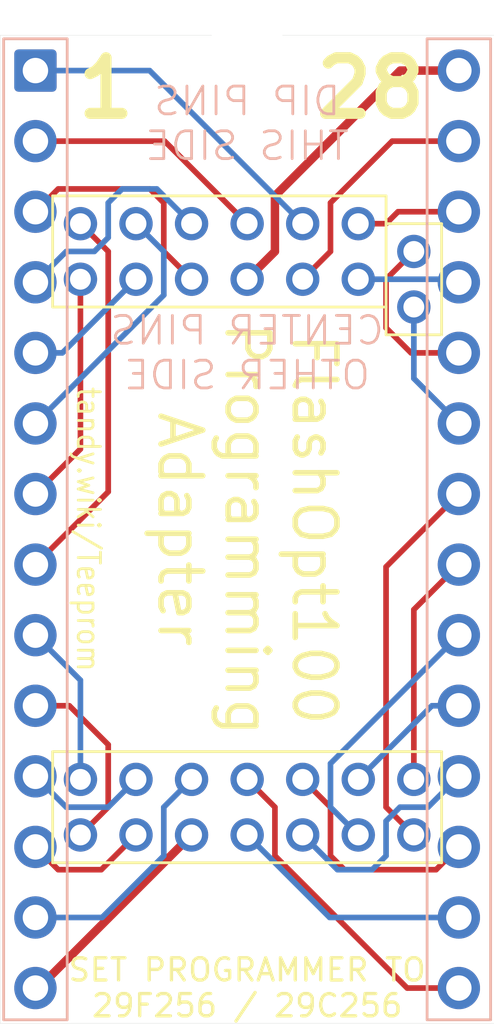
<source format=kicad_pcb>
(kicad_pcb (version 20171130) (host pcbnew 5.1.7-a382d34a8~87~ubuntu20.04.1)

  (general
    (thickness 1.6)
    (drawings 31)
    (tracks 91)
    (zones 0)
    (modules 3)
    (nets 29)
  )

  (page A4)
  (layers
    (0 Top signal)
    (31 Bottom signal)
    (32 B.Adhes user hide)
    (33 F.Adhes user hide)
    (34 B.Paste user hide)
    (35 F.Paste user hide)
    (36 B.SilkS user)
    (37 F.SilkS user)
    (38 B.Mask user)
    (39 F.Mask user)
    (40 Dwgs.User user)
    (41 Cmts.User user hide)
    (42 Eco1.User user hide)
    (43 Eco2.User user hide)
    (44 Edge.Cuts user)
    (45 Margin user hide)
    (46 B.CrtYd user hide)
    (47 F.CrtYd user hide)
    (48 B.Fab user hide)
    (49 F.Fab user hide)
  )

  (setup
    (last_trace_width 0.2032)
    (user_trace_width 0.2032)
    (user_trace_width 0.25)
    (user_trace_width 0.3048)
    (trace_clearance 0.1524)
    (zone_clearance 0.1524)
    (zone_45_only no)
    (trace_min 0.1524)
    (via_size 0.4064)
    (via_drill 0.254)
    (via_min_size 0.4064)
    (via_min_drill 0.254)
    (uvia_size 0.4064)
    (uvia_drill 0.254)
    (uvias_allowed no)
    (uvia_min_size 0.4064)
    (uvia_min_drill 0.254)
    (edge_width 0.01)
    (segment_width 0.2032)
    (pcb_text_width 0.254)
    (pcb_text_size 1.2192 1.2192)
    (mod_edge_width 0.1)
    (mod_text_size 0.4572 0.4572)
    (mod_text_width 0.0254)
    (pad_size 1.2 1.2)
    (pad_drill 0.75)
    (pad_to_mask_clearance 0)
    (aux_axis_origin 0 0)
    (grid_origin 147.2184 99.187)
    (visible_elements FFFFFF7F)
    (pcbplotparams
      (layerselection 0x010f0_ffffffff)
      (usegerberextensions false)
      (usegerberattributes false)
      (usegerberadvancedattributes false)
      (creategerberjobfile true)
      (excludeedgelayer true)
      (linewidth 0.100000)
      (plotframeref false)
      (viasonmask false)
      (mode 1)
      (useauxorigin false)
      (hpglpennumber 1)
      (hpglpenspeed 20)
      (hpglpendiameter 15.000000)
      (psnegative false)
      (psa4output false)
      (plotreference true)
      (plotvalue true)
      (plotinvisibletext false)
      (padsonsilk false)
      (subtractmaskfromsilk false)
      (outputformat 1)
      (mirror false)
      (drillshape 0)
      (scaleselection 1)
      (outputdirectory "Teeprom_GERBER"))
  )

  (net 0 "")
  (net 1 /D3)
  (net 2 /A10)
  (net 3 /D4)
  (net 4 /A7)
  (net 5 /D5)
  (net 6 /A6)
  (net 7 /D6)
  (net 8 /A5)
  (net 9 /D7)
  (net 10 /A4)
  (net 11 /A11)
  (net 12 /A3)
  (net 13 /~OE)
  (net 14 /A2)
  (net 15 /A13)
  (net 16 /A1)
  (net 17 /A0)
  (net 18 /A12)
  (net 19 /D0)
  (net 20 /A9)
  (net 21 /D1)
  (net 22 /A8)
  (net 23 /D2)
  (net 24 /~CE)
  (net 25 /A14)
  (net 26 /~WE)
  (net 27 VCC)
  (net 28 GND)

  (net_class Default "This is the default net class."
    (clearance 0.1524)
    (trace_width 0.1524)
    (via_dia 0.4064)
    (via_drill 0.254)
    (uvia_dia 0.4064)
    (uvia_drill 0.254)
    (diff_pair_width 0.1524)
    (diff_pair_gap 0.1524)
    (add_net /A0)
    (add_net /A1)
    (add_net /A10)
    (add_net /A11)
    (add_net /A12)
    (add_net /A13)
    (add_net /A14)
    (add_net /A2)
    (add_net /A3)
    (add_net /A4)
    (add_net /A5)
    (add_net /A6)
    (add_net /A7)
    (add_net /A8)
    (add_net /A9)
    (add_net /D0)
    (add_net /D1)
    (add_net /D2)
    (add_net /D3)
    (add_net /D4)
    (add_net /D5)
    (add_net /D6)
    (add_net /D7)
    (add_net /~CE)
    (add_net /~OE)
    (add_net /~WE)
    (add_net GND)
    (add_net VCC)
  )

  (module 000_LOCAL:FlashOpt100_PRG_4x7_male (layer Top) (tedit 5F92FF97) (tstamp 5F9383D3)
    (at 147.2184 99.187 270)
    (descr "Through hole straight pin header, 2x07, 2.00mm pitch, double rows")
    (tags "Through hole pin header THT 2x07 2.00mm double row")
    (path /5FAC773B)
    (fp_text reference J2 (at 0 6 270 unlocked) (layer F.SilkS) hide
      (effects (font (size 1 1) (thickness 0.15)))
    )
    (fp_text value FlashOpt100_PRG_4x7 (at 0 8 90) (layer F.Fab)
      (effects (font (size 1 1) (thickness 0.15)))
    )
    (fp_text user %R (at 0 6 90) (layer F.Fab)
      (effects (font (size 1 1) (thickness 0.15)))
    )
    (pad 21 thru_hole circle (at 9 0 270) (size 1.2 1.2) (drill 0.75) (layers *.Cu *.Mask)
      (net 1 /D3))
    (pad 28 thru_hole circle (at 11 -6 270) (size 1.2 1.2) (drill 0.75) (layers *.Cu *.Mask)
      (net 13 /~OE))
    (pad 25 thru_hole circle (at 9 -4 270) (size 1.2 1.2) (drill 0.75) (layers *.Cu *.Mask)
      (net 9 /D7))
    (pad 26 thru_hole circle (at 11 -4 270) (size 1.2 1.2) (drill 0.75) (layers *.Cu *.Mask)
      (net 24 /~CE))
    (pad 23 thru_hole circle (at 9 -2 270) (size 1.2 1.2) (drill 0.75) (layers *.Cu *.Mask)
      (net 5 /D5))
    (pad 24 thru_hole circle (at 11 -2 270) (size 1.2 1.2) (drill 0.75) (layers *.Cu *.Mask)
      (net 7 /D6))
    (pad 15 thru_hole circle (at 9 6 270) (size 1.2 1.2) (drill 0.75) (layers *.Cu *.Mask)
      (net 16 /A1))
    (pad 22 thru_hole circle (at 11 0 270) (size 1.2 1.2) (drill 0.75) (layers *.Cu *.Mask)
      (net 3 /D4))
    (pad 16 thru_hole circle (at 11 6 270) (size 1.2 1.2) (drill 0.75) (layers *.Cu *.Mask)
      (net 17 /A0))
    (pad 27 thru_hole circle (at 9 -6 270) (size 1.2 1.2) (drill 0.75) (layers *.Cu *.Mask)
      (net 2 /A10))
    (pad 19 thru_hole circle (at 9 2 270) (size 1.2 1.2) (drill 0.75) (layers *.Cu *.Mask)
      (net 23 /D2))
    (pad 20 thru_hole circle (at 11 2 270) (size 1.2 1.2) (drill 0.75) (layers *.Cu *.Mask)
      (net 28 GND))
    (pad 17 thru_hole circle (at 9 4 270) (size 1.2 1.2) (drill 0.75) (layers *.Cu *.Mask)
      (net 19 /D0))
    (pad 18 thru_hole circle (at 11 4 270) (size 1.2 1.2) (drill 0.75) (layers *.Cu *.Mask)
      (net 21 /D1))
    (pad 13 thru_hole circle (at -9 6 270) (size 1.2 1.2) (drill 0.75) (layers *.Cu *.Mask)
      (net 12 /A3))
    (pad 14 thru_hole circle (at -11 6 270) (size 1.2 1.2) (drill 0.75) (layers *.Cu *.Mask)
      (net 14 /A2))
    (pad 11 thru_hole circle (at -9 4 270) (size 1.2 1.2) (drill 0.75) (layers *.Cu *.Mask)
      (net 8 /A5))
    (pad 12 thru_hole circle (at -11 4 270) (size 1.2 1.2) (drill 0.75) (layers *.Cu *.Mask)
      (net 10 /A4))
    (pad 9 thru_hole circle (at -9 2 270) (size 1.2 1.2) (drill 0.75) (layers *.Cu *.Mask)
      (net 4 /A7))
    (pad 10 thru_hole circle (at -11 2 270) (size 1.2 1.2) (drill 0.75) (layers *.Cu *.Mask)
      (net 6 /A6))
    (pad 7 thru_hole circle (at -9 0 270) (size 1.2 1.2) (drill 0.75) (layers *.Cu *.Mask)
      (net 27 VCC))
    (pad 8 thru_hole circle (at -11 0 270) (size 1.2 1.2) (drill 0.75) (layers *.Cu *.Mask)
      (net 18 /A12))
    (pad 5 thru_hole circle (at -9 -2 270) (size 1.2 1.2) (drill 0.75) (layers *.Cu *.Mask)
      (net 25 /A14))
    (pad 6 thru_hole circle (at -11 -2 270) (size 1.2 1.2) (drill 0.75) (layers *.Cu *.Mask)
      (net 26 /~WE))
    (pad 3 thru_hole circle (at -9 -4 270) (size 1.2 1.2) (drill 0.75) (layers *.Cu *.Mask)
      (net 22 /A8))
    (pad 4 thru_hole circle (at -11 -4 270) (size 1.2 1.2) (drill 0.75) (layers *.Cu *.Mask)
      (net 15 /A13))
    (pad 1 thru_hole circle (at -8 -6 270) (size 1.2 1.2) (drill 0.75) (layers *.Cu *.Mask)
      (net 11 /A11))
    (pad 2 thru_hole circle (at -10 -6 270) (size 1.2 1.2) (drill 0.75) (layers *.Cu *.Mask)
      (net 20 /A9))
    (model ${KIPRJMOD}/000_LOCAL.pretty/3d/PinHeader_2x07_P2.00mm_Vertical.step
      (offset (xyz 9 6 0))
      (scale (xyz 1 1 1))
      (rotate (xyz 0 0 0))
    )
    (model ${KIPRJMOD}/000_LOCAL.pretty/3d/PinHeader_2x06_P2.00mm_Vertical.step
      (offset (xyz -11 4 0))
      (scale (xyz 1 1 1))
      (rotate (xyz 0 0 0))
    )
    (model ${KIPRJMOD}/000_LOCAL.pretty/3d/PinHeader_2x01_P2.00mm_Vertical.step
      (offset (xyz -10 6 0))
      (scale (xyz 1 1 1))
      (rotate (xyz 0 0 0))
    )
  )

  (module 000_LOCAL:DIP-28_600 (layer Top) (tedit 5F9E12B7) (tstamp 5F9383B2)
    (at 147.2184 99.187)
    (descr "28-lead dip, row spacing 600 mils")
    (tags "DIL DIP PDIP 2.54mm 600 mil")
    (path /5F9489CC)
    (fp_text reference J1 (at -3.81 -16.51) (layer F.SilkS) hide
      (effects (font (size 1 1) (thickness 0.15)))
    )
    (fp_text value "29F256 / 29C256" (at 0 19.05) (layer F.Fab)
      (effects (font (size 1 1) (thickness 0.15)))
    )
    (fp_text user %R (at -3.81 -16.51) (layer F.Fab)
      (effects (font (size 1 1) (thickness 0.15)))
    )
    (pad 1 thru_hole roundrect (at -7.62 -16.51) (size 1.524 1.524) (drill 0.9144) (layers *.Cu *.Mask) (roundrect_rratio 0.1)
      (net 26 /~WE))
    (pad 2 thru_hole circle (at -7.62 -13.97) (size 1.524 1.524) (drill 0.9144) (layers *.Cu *.Mask)
      (net 18 /A12))
    (pad 3 thru_hole circle (at -7.62 -11.43) (size 1.524 1.524) (drill 0.9144) (layers *.Cu *.Mask)
      (net 4 /A7))
    (pad 15 thru_hole circle (at 7.62 16.51) (size 1.524 1.524) (drill 0.9144) (layers *.Cu *.Mask)
      (net 1 /D3))
    (pad 4 thru_hole circle (at -7.62 -8.89) (size 1.524 1.524) (drill 0.9144) (layers *.Cu *.Mask)
      (net 6 /A6))
    (pad 16 thru_hole circle (at 7.62 13.97) (size 1.524 1.524) (drill 0.9144) (layers *.Cu *.Mask)
      (net 3 /D4))
    (pad 5 thru_hole circle (at -7.62 -6.35) (size 1.524 1.524) (drill 0.9144) (layers *.Cu *.Mask)
      (net 8 /A5))
    (pad 17 thru_hole circle (at 7.62 11.43) (size 1.524 1.524) (drill 0.9144) (layers *.Cu *.Mask)
      (net 5 /D5))
    (pad 6 thru_hole circle (at -7.62 -3.81) (size 1.524 1.524) (drill 0.9144) (layers *.Cu *.Mask)
      (net 10 /A4))
    (pad 18 thru_hole circle (at 7.62 8.89) (size 1.524 1.524) (drill 0.9144) (layers *.Cu *.Mask)
      (net 7 /D6))
    (pad 7 thru_hole circle (at -7.62 -1.27) (size 1.524 1.524) (drill 0.9144) (layers *.Cu *.Mask)
      (net 12 /A3))
    (pad 19 thru_hole circle (at 7.62 6.35) (size 1.524 1.524) (drill 0.9144) (layers *.Cu *.Mask)
      (net 9 /D7))
    (pad 8 thru_hole circle (at -7.62 1.27) (size 1.524 1.524) (drill 0.9144) (layers *.Cu *.Mask)
      (net 14 /A2))
    (pad 20 thru_hole circle (at 7.62 3.81) (size 1.524 1.524) (drill 0.9144) (layers *.Cu *.Mask)
      (net 24 /~CE))
    (pad 9 thru_hole circle (at -7.62 3.81) (size 1.524 1.524) (drill 0.9144) (layers *.Cu *.Mask)
      (net 16 /A1))
    (pad 21 thru_hole circle (at 7.62 1.27) (size 1.524 1.524) (drill 0.9144) (layers *.Cu *.Mask)
      (net 2 /A10))
    (pad 10 thru_hole circle (at -7.62 6.35) (size 1.524 1.524) (drill 0.9144) (layers *.Cu *.Mask)
      (net 17 /A0))
    (pad 22 thru_hole circle (at 7.62 -1.27) (size 1.524 1.524) (drill 0.9144) (layers *.Cu *.Mask)
      (net 13 /~OE))
    (pad 11 thru_hole circle (at -7.62 8.89) (size 1.524 1.524) (drill 0.9144) (layers *.Cu *.Mask)
      (net 19 /D0))
    (pad 23 thru_hole circle (at 7.62 -3.81) (size 1.524 1.524) (drill 0.9144) (layers *.Cu *.Mask)
      (net 11 /A11))
    (pad 12 thru_hole circle (at -7.62 11.43) (size 1.524 1.524) (drill 0.9144) (layers *.Cu *.Mask)
      (net 21 /D1))
    (pad 24 thru_hole circle (at 7.62 -6.35) (size 1.524 1.524) (drill 0.9144) (layers *.Cu *.Mask)
      (net 20 /A9))
    (pad 13 thru_hole circle (at -7.62 13.97) (size 1.524 1.524) (drill 0.9144) (layers *.Cu *.Mask)
      (net 23 /D2))
    (pad 25 thru_hole circle (at 7.62 -8.89) (size 1.524 1.524) (drill 0.9144) (layers *.Cu *.Mask)
      (net 22 /A8))
    (pad 14 thru_hole circle (at -7.62 16.51) (size 1.524 1.524) (drill 0.9144) (layers *.Cu *.Mask)
      (net 28 GND))
    (pad 26 thru_hole circle (at 7.62 -11.43) (size 1.524 1.524) (drill 0.9144) (layers *.Cu *.Mask)
      (net 15 /A13))
    (pad 27 thru_hole circle (at 7.62 -13.97) (size 1.524 1.524) (drill 0.9144) (layers *.Cu *.Mask)
      (net 25 /A14))
    (pad 28 thru_hole circle (at 7.62 -16.51) (size 1.524 1.524) (drill 0.9144) (layers *.Cu *.Mask)
      (net 27 VCC))
    (model ${KIPRJMOD}/000_LOCAL.pretty/3d/PinHeader_1x14_P2.54mm_Vertical.step
      (offset (xyz 7.62 16.51 -1.7272))
      (scale (xyz 1 1 1))
      (rotate (xyz 0 180 0))
    )
    (model ${KIPRJMOD}/000_LOCAL.pretty/3d/PinHeader_1x14_P2.54mm_Vertical.step
      (offset (xyz -7.62 16.51 -1.7272))
      (scale (xyz 1 1 1))
      (rotate (xyz 0 -180 0))
    )
  )

  (module 000_LOCAL:IC_polarity_notch (layer Top) (tedit 5F934073) (tstamp 5F93B3E7)
    (at 147.2184 81.407)
    (fp_text reference notch (at 0 2) (layer F.SilkS) hide
      (effects (font (size 1 1) (thickness 0.12)))
    )
    (fp_text value IC_polarity_notch (at 0 -2) (layer F.Fab)
      (effects (font (size 4 4) (thickness 0.01)))
    )
    (pad "" np_thru_hole circle (at 0 0) (size 2.54 2.54) (drill 2.54) (layers *.Cu *.Mask))
  )

  (gr_line (start 154.2184 111.187) (end 140.2184 111.187) (layer F.SilkS) (width 0.1) (tstamp 5FA93290))
  (gr_line (start 154.2184 107.187) (end 154.2184 111.187) (layer F.SilkS) (width 0.1))
  (gr_line (start 140.2184 107.187) (end 154.2184 107.187) (layer F.SilkS) (width 0.1))
  (gr_line (start 140.2184 111.187) (end 140.2184 107.187) (layer F.SilkS) (width 0.1))
  (gr_line (start 152.2184 92.187) (end 152.2184 91.187) (layer F.SilkS) (width 0.1) (tstamp 5FA93192))
  (gr_line (start 154.2184 92.187) (end 152.2184 92.187) (layer F.SilkS) (width 0.1))
  (gr_line (start 154.2184 88.187) (end 154.2184 92.187) (layer F.SilkS) (width 0.1))
  (gr_line (start 152.2184 88.187) (end 154.2184 88.187) (layer F.SilkS) (width 0.1))
  (gr_line (start 152.2184 87.187) (end 140.2184 87.187) (layer F.SilkS) (width 0.1) (tstamp 5FA93191))
  (gr_line (start 152.2184 91.187) (end 152.2184 87.187) (layer F.SilkS) (width 0.1))
  (gr_line (start 140.2184 91.187) (end 152.2184 91.187) (layer F.SilkS) (width 0.1))
  (gr_line (start 140.2184 87.187) (end 140.2184 91.187) (layer F.SilkS) (width 0.1))
  (gr_line (start 153.6954 81.534) (end 155.9814 81.534) (layer B.SilkS) (width 0.1) (tstamp 5FA9314F))
  (gr_line (start 153.6954 116.84) (end 153.6954 81.534) (layer B.SilkS) (width 0.1))
  (gr_line (start 155.9814 116.84) (end 153.6954 116.84) (layer B.SilkS) (width 0.1))
  (gr_line (start 155.9814 81.534) (end 155.9814 116.84) (layer B.SilkS) (width 0.1))
  (gr_line (start 140.7414 81.534) (end 138.4554 81.534) (layer B.SilkS) (width 0.1) (tstamp 5FA9314E))
  (gr_line (start 140.7414 116.84) (end 140.7414 81.534) (layer B.SilkS) (width 0.1))
  (gr_line (start 138.4554 116.84) (end 140.7414 116.84) (layer B.SilkS) (width 0.1))
  (gr_line (start 138.4554 81.534) (end 138.4554 116.84) (layer B.SilkS) (width 0.1))
  (gr_text "DIP PINS\nTHIS SIDE" (at 147.2184 84.582) (layer B.SilkS) (tstamp 5F9E5FAF)
    (effects (font (size 1 1) (thickness 0.1)) (justify mirror))
  )
  (gr_text "CENTER PINS\nOTHER SIDE" (at 147.2184 92.837) (layer B.SilkS) (tstamp 5F9E5B15)
    (effects (font (size 1 1) (thickness 0.1)) (justify mirror))
  )
  (gr_text "SET PROGRAMMER TO\n29F256 / 29C256" (at 147.2184 115.687) (layer F.SilkS)
    (effects (font (size 0.8 0.8) (thickness 0.12)))
  )
  (gr_text tandy.wiki/Teeprom (at 141.5034 99.187 -90) (layer F.SilkS)
    (effects (font (size 0.8 0.7) (thickness 0.1)))
  )
  (gr_text "FlashOpt100\nProgramming\nAdapter" (at 147.2184 99.187 -90) (layer F.SilkS)
    (effects (font (size 1.5 1.5) (thickness 0.2)))
  )
  (gr_text 28 (at 151.6634 83.312) (layer F.SilkS) (tstamp 5F9387A1)
    (effects (font (size 2 2) (thickness 0.4)))
  )
  (gr_text 1 (at 142.1384 83.312) (layer F.SilkS)
    (effects (font (size 2 2) (thickness 0.4)))
  )
  (gr_line (start 156.1084 116.967) (end 138.3284 116.967) (layer Edge.Cuts) (width 0.01) (tstamp 5F9385B8))
  (gr_line (start 156.1084 81.407) (end 156.1084 116.967) (layer Edge.Cuts) (width 0.01))
  (gr_line (start 138.3284 81.407) (end 156.1084 81.407) (layer Edge.Cuts) (width 0.01))
  (gr_line (start 138.3284 116.967) (end 138.3284 81.407) (layer Edge.Cuts) (width 0.01))

  (segment (start 148.2184 109.187) (end 147.2184 108.187) (width 0.2032) (layer Top) (net 1))
  (segment (start 148.2184 110.937) (end 148.2184 109.187) (width 0.2032) (layer Top) (net 1))
  (segment (start 152.9784 115.697) (end 148.2184 110.937) (width 0.2032) (layer Top) (net 1))
  (segment (start 154.8384 115.697) (end 152.9784 115.697) (width 0.2032) (layer Top) (net 1))
  (segment (start 153.2184 102.077) (end 154.8384 100.457) (width 0.2032) (layer Top) (net 2))
  (segment (start 153.2184 108.187) (end 153.2184 102.077) (width 0.2032) (layer Top) (net 2))
  (segment (start 150.1884 113.157) (end 147.2184 110.187) (width 0.2032) (layer Bottom) (net 3))
  (segment (start 154.8384 113.157) (end 150.1884 113.157) (width 0.2032) (layer Bottom) (net 3))
  (segment (start 144.2184 89.187) (end 145.2184 90.187) (width 0.2032) (layer Top) (net 4))
  (segment (start 144.2184 87.437) (end 144.2184 89.187) (width 0.2032) (layer Top) (net 4))
  (segment (start 143.7184 86.937) (end 144.2184 87.437) (width 0.2032) (layer Top) (net 4))
  (segment (start 140.4184 86.937) (end 143.7184 86.937) (width 0.2032) (layer Top) (net 4))
  (segment (start 139.5984 87.757) (end 140.4184 86.937) (width 0.2032) (layer Top) (net 4))
  (segment (start 154.0184 111.437) (end 154.8384 110.617) (width 0.2032) (layer Top) (net 5))
  (segment (start 150.7184 111.437) (end 154.0184 111.437) (width 0.2032) (layer Top) (net 5))
  (segment (start 150.2184 110.937) (end 150.7184 111.437) (width 0.2032) (layer Top) (net 5))
  (segment (start 150.2184 109.187) (end 150.2184 110.937) (width 0.2032) (layer Top) (net 5))
  (segment (start 149.2184 108.187) (end 150.2184 109.187) (width 0.2032) (layer Top) (net 5))
  (segment (start 143.9684 86.937) (end 145.2184 88.187) (width 0.2032) (layer Bottom) (net 6))
  (segment (start 142.7184 86.937) (end 143.9684 86.937) (width 0.2032) (layer Bottom) (net 6))
  (segment (start 142.2184 88.687) (end 142.2184 87.437) (width 0.2032) (layer Bottom) (net 6))
  (segment (start 142.2184 87.437) (end 142.7184 86.937) (width 0.2032) (layer Bottom) (net 6))
  (segment (start 141.7184 89.187) (end 142.2184 88.687) (width 0.2032) (layer Bottom) (net 6))
  (segment (start 140.7084 89.187) (end 141.7184 89.187) (width 0.2032) (layer Bottom) (net 6))
  (segment (start 139.5984 90.297) (end 140.7084 89.187) (width 0.2032) (layer Bottom) (net 6))
  (segment (start 153.7284 109.187) (end 154.8384 108.077) (width 0.2032) (layer Bottom) (net 7))
  (segment (start 152.7184 109.187) (end 153.7284 109.187) (width 0.2032) (layer Bottom) (net 7))
  (segment (start 152.2184 109.687) (end 152.7184 109.187) (width 0.2032) (layer Bottom) (net 7))
  (segment (start 151.7184 111.437) (end 152.2184 110.937) (width 0.2032) (layer Bottom) (net 7))
  (segment (start 152.2184 110.937) (end 152.2184 109.687) (width 0.2032) (layer Bottom) (net 7))
  (segment (start 150.4684 111.437) (end 151.7184 111.437) (width 0.2032) (layer Bottom) (net 7))
  (segment (start 149.2184 110.187) (end 150.4684 111.437) (width 0.2032) (layer Bottom) (net 7))
  (segment (start 140.5684 92.837) (end 143.2184 90.187) (width 0.2032) (layer Bottom) (net 8))
  (segment (start 139.5984 92.837) (end 140.5684 92.837) (width 0.2032) (layer Bottom) (net 8))
  (segment (start 153.8684 105.537) (end 151.2184 108.187) (width 0.2032) (layer Bottom) (net 9))
  (segment (start 154.8384 105.537) (end 153.8684 105.537) (width 0.2032) (layer Bottom) (net 9))
  (segment (start 144.2184 89.187) (end 143.2184 88.187) (width 0.2032) (layer Bottom) (net 10))
  (segment (start 144.2184 90.757) (end 144.2184 89.187) (width 0.2032) (layer Bottom) (net 10))
  (segment (start 139.5984 95.377) (end 144.2184 90.757) (width 0.2032) (layer Bottom) (net 10))
  (segment (start 153.2184 93.757) (end 154.8384 95.377) (width 0.2032) (layer Bottom) (net 11))
  (segment (start 153.2184 91.187) (end 153.2184 93.757) (width 0.2032) (layer Bottom) (net 11))
  (segment (start 141.2184 96.297) (end 139.5984 97.917) (width 0.2032) (layer Top) (net 12))
  (segment (start 141.2184 90.187) (end 141.2184 96.297) (width 0.2032) (layer Top) (net 12))
  (segment (start 152.2184 109.187) (end 152.2184 100.537) (width 0.2032) (layer Top) (net 13))
  (segment (start 152.2184 100.537) (end 154.8384 97.917) (width 0.2032) (layer Top) (net 13))
  (segment (start 153.2184 110.187) (end 152.2184 109.187) (width 0.2032) (layer Top) (net 13))
  (segment (start 142.2184 89.187) (end 142.2184 97.837) (width 0.2032) (layer Top) (net 14))
  (segment (start 142.2184 97.837) (end 139.5984 100.457) (width 0.2032) (layer Top) (net 14))
  (segment (start 141.2184 88.187) (end 142.2184 89.187) (width 0.2032) (layer Top) (net 14))
  (segment (start 152.2184 88.187) (end 151.2184 88.187) (width 0.2032) (layer Top) (net 15))
  (segment (start 152.6484 87.757) (end 152.2184 88.187) (width 0.2032) (layer Top) (net 15))
  (segment (start 154.8384 87.757) (end 152.6484 87.757) (width 0.2032) (layer Top) (net 15))
  (segment (start 141.2184 104.617) (end 139.5984 102.997) (width 0.2032) (layer Bottom) (net 16))
  (segment (start 141.2184 108.187) (end 141.2184 104.617) (width 0.2032) (layer Bottom) (net 16))
  (segment (start 140.8184 105.537) (end 139.5984 105.537) (width 0.2032) (layer Top) (net 17))
  (segment (start 142.2184 106.937) (end 140.8184 105.537) (width 0.2032) (layer Top) (net 17))
  (segment (start 142.2184 109.187) (end 142.2184 106.937) (width 0.2032) (layer Top) (net 17))
  (segment (start 141.2184 110.187) (end 142.2184 109.187) (width 0.2032) (layer Top) (net 17))
  (segment (start 144.2484 85.217) (end 147.2184 88.187) (width 0.2032) (layer Top) (net 18))
  (segment (start 139.5984 85.217) (end 144.2484 85.217) (width 0.2032) (layer Top) (net 18))
  (segment (start 140.7084 109.187) (end 139.5984 108.077) (width 0.2032) (layer Bottom) (net 19))
  (segment (start 142.2184 109.187) (end 140.7084 109.187) (width 0.2032) (layer Bottom) (net 19))
  (segment (start 143.2184 108.187) (end 142.2184 109.187) (width 0.2032) (layer Bottom) (net 19))
  (segment (start 153.1184 92.837) (end 154.8384 92.837) (width 0.2032) (layer Top) (net 20))
  (segment (start 152.2184 90.187) (end 152.2184 91.937) (width 0.2032) (layer Top) (net 20))
  (segment (start 152.2184 91.937) (end 153.1184 92.837) (width 0.2032) (layer Top) (net 20))
  (segment (start 153.2184 89.187) (end 152.2184 90.187) (width 0.2032) (layer Top) (net 20))
  (segment (start 140.4184 111.437) (end 139.5984 110.617) (width 0.2032) (layer Top) (net 21))
  (segment (start 141.9684 111.437) (end 140.4184 111.437) (width 0.2032) (layer Top) (net 21))
  (segment (start 143.2184 110.187) (end 141.9684 111.437) (width 0.2032) (layer Top) (net 21))
  (segment (start 154.7284 90.187) (end 154.8384 90.297) (width 0.2032) (layer Bottom) (net 22))
  (segment (start 151.2184 90.187) (end 154.7284 90.187) (width 0.2032) (layer Bottom) (net 22))
  (segment (start 144.2184 109.187) (end 145.2184 108.187) (width 0.2032) (layer Bottom) (net 23))
  (segment (start 144.2184 110.937) (end 144.2184 109.187) (width 0.2032) (layer Bottom) (net 23))
  (segment (start 141.9984 113.157) (end 144.2184 110.937) (width 0.2032) (layer Bottom) (net 23))
  (segment (start 139.5984 113.157) (end 141.9984 113.157) (width 0.2032) (layer Bottom) (net 23))
  (segment (start 150.2184 109.187) (end 151.2184 110.187) (width 0.2032) (layer Bottom) (net 24))
  (segment (start 150.2184 107.617) (end 150.2184 109.187) (width 0.2032) (layer Bottom) (net 24))
  (segment (start 154.8384 102.997) (end 150.2184 107.617) (width 0.2032) (layer Bottom) (net 24))
  (segment (start 152.4384 85.217) (end 154.8384 85.217) (width 0.2032) (layer Top) (net 25))
  (segment (start 150.2184 87.437) (end 152.4384 85.217) (width 0.2032) (layer Top) (net 25))
  (segment (start 150.2184 89.187) (end 150.2184 87.437) (width 0.2032) (layer Top) (net 25))
  (segment (start 149.2184 90.187) (end 150.2184 89.187) (width 0.2032) (layer Top) (net 25))
  (segment (start 143.7084 82.677) (end 139.5984 82.677) (width 0.2032) (layer Bottom) (net 26))
  (segment (start 149.2184 88.187) (end 143.7084 82.677) (width 0.2032) (layer Bottom) (net 26))
  (segment (start 152.7284 82.677) (end 154.8384 82.677) (width 0.3048) (layer Top) (net 27))
  (segment (start 148.2184 87.187) (end 152.7284 82.677) (width 0.3048) (layer Top) (net 27))
  (segment (start 148.2184 89.187) (end 148.2184 87.187) (width 0.3048) (layer Top) (net 27))
  (segment (start 147.2184 90.187) (end 148.2184 89.187) (width 0.3048) (layer Top) (net 27))
  (segment (start 139.7084 115.697) (end 145.2184 110.187) (width 0.3048) (layer Top) (net 28))
  (segment (start 139.5984 115.697) (end 139.7084 115.697) (width 0.3048) (layer Top) (net 28))

)

</source>
